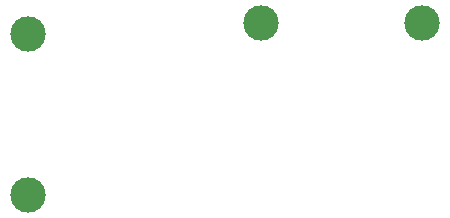
<source format=gbr>
%TF.GenerationSoftware,Altium Limited,Altium Designer,23.1.1 (15)*%
G04 Layer_Color=0*
%FSLAX45Y45*%
%MOMM*%
%TF.SameCoordinates,577F6362-1072-468E-9D62-096A069DAD50*%
%TF.FilePolarity,Positive*%
%TF.FileFunction,NonPlated,1,2,NPTH,Drill*%
%TF.Part,Single*%
G01*
G75*
%TA.AperFunction,ComponentDrill*%
%ADD24C,3.00000*%
%ADD25C,3.00000*%
D24*
X4610200Y4503700D02*
D03*
X3250200D02*
D03*
D25*
X1277900Y4407900D02*
D03*
Y3047900D02*
D03*
%TF.MD5,ebbbf3e4c2d6f98ec442b9d1b0d96210*%
M02*

</source>
